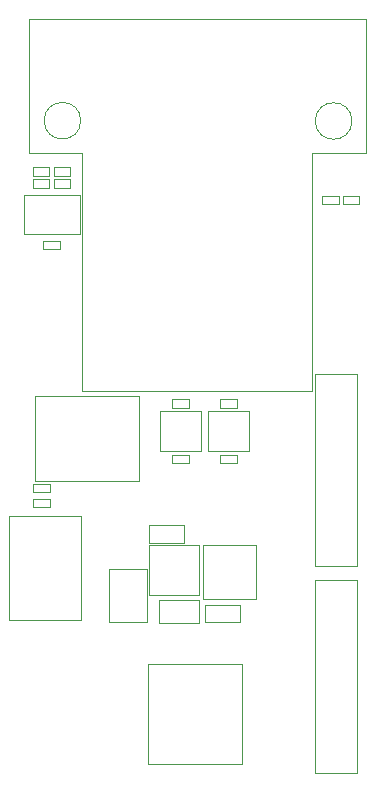
<source format=gbr>
G04 #@! TF.GenerationSoftware,KiCad,Pcbnew,(5.1.9)-1*
G04 #@! TF.CreationDate,2021-01-17T23:25:34+08:00*
G04 #@! TF.ProjectId,esp-break,6573702d-6272-4656-916b-2e6b69636164,rev?*
G04 #@! TF.SameCoordinates,Original*
G04 #@! TF.FileFunction,Other,User*
%FSLAX46Y46*%
G04 Gerber Fmt 4.6, Leading zero omitted, Abs format (unit mm)*
G04 Created by KiCad (PCBNEW (5.1.9)-1) date 2021-01-17 23:25:34*
%MOMM*%
%LPD*%
G01*
G04 APERTURE LIST*
%ADD10C,0.050000*%
G04 APERTURE END LIST*
D10*
X129667600Y-54229000D02*
G75*
G03*
X129667600Y-54229000I-1550000J0D01*
G01*
X106706000Y-54203600D02*
G75*
G03*
X106706000Y-54203600I-1550000J0D01*
G01*
X112480000Y-89930000D02*
X112480000Y-88470000D01*
X112480000Y-88470000D02*
X115440000Y-88470000D01*
X115440000Y-88470000D02*
X115440000Y-89930000D01*
X115440000Y-89930000D02*
X112480000Y-89930000D01*
X106667000Y-63825000D02*
X106667000Y-60525000D01*
X101867000Y-63825000D02*
X106667000Y-63825000D01*
X101867000Y-60525000D02*
X101867000Y-63825000D01*
X106667000Y-60525000D02*
X101867000Y-60525000D01*
X126325000Y-56905000D02*
X130825000Y-56905000D01*
X102325000Y-56905000D02*
X106825000Y-56905000D01*
X130825000Y-45625000D02*
X130825000Y-56905000D01*
X102325000Y-45625000D02*
X102325000Y-56905000D01*
X102325000Y-45625000D02*
X130825000Y-45625000D01*
X126325000Y-56905000D02*
X126325000Y-77125000D01*
X106825000Y-77125000D02*
X126325000Y-77125000D01*
X106825000Y-77125000D02*
X106825000Y-56905000D01*
X112376640Y-100197340D02*
X120376640Y-100197340D01*
X120376640Y-100197340D02*
X120376640Y-108697340D01*
X120376640Y-108697340D02*
X112376640Y-108697340D01*
X112376640Y-108697340D02*
X112376640Y-100197340D01*
X130120800Y-75619200D02*
X126520800Y-75619200D01*
X130120800Y-91919200D02*
X130120800Y-75619200D01*
X126520800Y-91919200D02*
X130120800Y-91919200D01*
X126520800Y-75619200D02*
X126520800Y-91919200D01*
X126520800Y-93119800D02*
X126520800Y-109419800D01*
X126520800Y-109419800D02*
X130120800Y-109419800D01*
X130120800Y-109419800D02*
X130120800Y-93119800D01*
X130120800Y-93119800D02*
X126520800Y-93119800D01*
X113388660Y-82195980D02*
X113388660Y-78795980D01*
X113388660Y-78795980D02*
X116888660Y-78795980D01*
X116888660Y-78795980D02*
X116888660Y-82195980D01*
X116888660Y-82195980D02*
X113388660Y-82195980D01*
X120976300Y-82172740D02*
X117476300Y-82172740D01*
X120976300Y-78772740D02*
X120976300Y-82172740D01*
X117476300Y-78772740D02*
X120976300Y-78772740D01*
X117476300Y-82172740D02*
X117476300Y-78772740D01*
X102700000Y-84950000D02*
X104100000Y-84950000D01*
X102700000Y-85650000D02*
X102700000Y-84950000D01*
X104100000Y-85650000D02*
X102700000Y-85650000D01*
X104100000Y-84950000D02*
X104100000Y-85650000D01*
X104100000Y-86200000D02*
X104100000Y-86900000D01*
X104100000Y-86900000D02*
X102700000Y-86900000D01*
X102700000Y-86900000D02*
X102700000Y-86200000D01*
X102700000Y-86200000D02*
X104100000Y-86200000D01*
X102625000Y-58150000D02*
X104025000Y-58150000D01*
X102625000Y-58850000D02*
X102625000Y-58150000D01*
X104025000Y-58850000D02*
X102625000Y-58850000D01*
X104025000Y-58150000D02*
X104025000Y-58850000D01*
X104025000Y-59175000D02*
X104025000Y-59875000D01*
X104025000Y-59875000D02*
X102625000Y-59875000D01*
X102625000Y-59875000D02*
X102625000Y-59175000D01*
X102625000Y-59175000D02*
X104025000Y-59175000D01*
X104425000Y-58850000D02*
X104425000Y-58150000D01*
X104425000Y-58150000D02*
X105825000Y-58150000D01*
X105825000Y-58150000D02*
X105825000Y-58850000D01*
X105825000Y-58850000D02*
X104425000Y-58850000D01*
X104950000Y-65075000D02*
X103550000Y-65075000D01*
X104950000Y-64375000D02*
X104950000Y-65075000D01*
X103550000Y-64375000D02*
X104950000Y-64375000D01*
X103550000Y-65075000D02*
X103550000Y-64375000D01*
X128900000Y-60575000D02*
X130300000Y-60575000D01*
X128900000Y-61275000D02*
X128900000Y-60575000D01*
X130300000Y-61275000D02*
X128900000Y-61275000D01*
X130300000Y-60575000D02*
X130300000Y-61275000D01*
X100652400Y-87675000D02*
X106752400Y-87675000D01*
X106752400Y-87675000D02*
X106752400Y-96475000D01*
X106752400Y-96475000D02*
X100652400Y-96475000D01*
X100652400Y-87675000D02*
X100652400Y-96475000D01*
X104430000Y-59175000D02*
X105830000Y-59175000D01*
X104430000Y-59875000D02*
X104430000Y-59175000D01*
X105830000Y-59875000D02*
X104430000Y-59875000D01*
X105830000Y-59175000D02*
X105830000Y-59875000D01*
X128575000Y-60575000D02*
X128575000Y-61275000D01*
X128575000Y-61275000D02*
X127175000Y-61275000D01*
X127175000Y-61275000D02*
X127175000Y-60575000D01*
X127175000Y-60575000D02*
X128575000Y-60575000D01*
X114438660Y-83170980D02*
X114438660Y-82470980D01*
X114438660Y-82470980D02*
X115838660Y-82470980D01*
X115838660Y-82470980D02*
X115838660Y-83170980D01*
X115838660Y-83170980D02*
X114438660Y-83170980D01*
X114438660Y-77795980D02*
X115838660Y-77795980D01*
X114438660Y-78495980D02*
X114438660Y-77795980D01*
X115838660Y-78495980D02*
X114438660Y-78495980D01*
X115838660Y-77795980D02*
X115838660Y-78495980D01*
X118532100Y-83172740D02*
X118532100Y-82472740D01*
X118532100Y-82472740D02*
X119932100Y-82472740D01*
X119932100Y-82472740D02*
X119932100Y-83172740D01*
X119932100Y-83172740D02*
X118532100Y-83172740D01*
X119932100Y-78497740D02*
X118532100Y-78497740D01*
X119932100Y-77797740D02*
X119932100Y-78497740D01*
X118532100Y-77797740D02*
X119932100Y-77797740D01*
X118532100Y-78497740D02*
X118532100Y-77797740D01*
X109120000Y-96680000D02*
X109120000Y-92120000D01*
X112280000Y-96680000D02*
X109120000Y-96680000D01*
X112280000Y-92120000D02*
X112280000Y-96680000D01*
X109120000Y-92120000D02*
X112280000Y-92120000D01*
X113320000Y-94800000D02*
X116680000Y-94800000D01*
X113320000Y-96700000D02*
X113320000Y-94800000D01*
X116680000Y-96700000D02*
X113320000Y-96700000D01*
X116680000Y-94800000D02*
X116680000Y-96700000D01*
X121560000Y-90140000D02*
X121560000Y-94660000D01*
X121560000Y-94660000D02*
X117040000Y-94660000D01*
X117040000Y-94660000D02*
X117040000Y-90140000D01*
X117040000Y-90140000D02*
X121560000Y-90140000D01*
X120230000Y-96680000D02*
X117270000Y-96680000D01*
X120230000Y-95220000D02*
X120230000Y-96680000D01*
X117270000Y-95220000D02*
X120230000Y-95220000D01*
X117270000Y-96680000D02*
X117270000Y-95220000D01*
X112480000Y-94370000D02*
X116720000Y-94370000D01*
X112480000Y-90130000D02*
X112480000Y-94370000D01*
X116720000Y-90130000D02*
X112480000Y-90130000D01*
X116720000Y-94370000D02*
X116720000Y-90130000D01*
X102810000Y-77500000D02*
X102810000Y-84700000D01*
X102810000Y-84700000D02*
X111610000Y-84700000D01*
X111610000Y-84700000D02*
X111610000Y-77500000D01*
X111610000Y-77500000D02*
X102810000Y-77500000D01*
M02*

</source>
